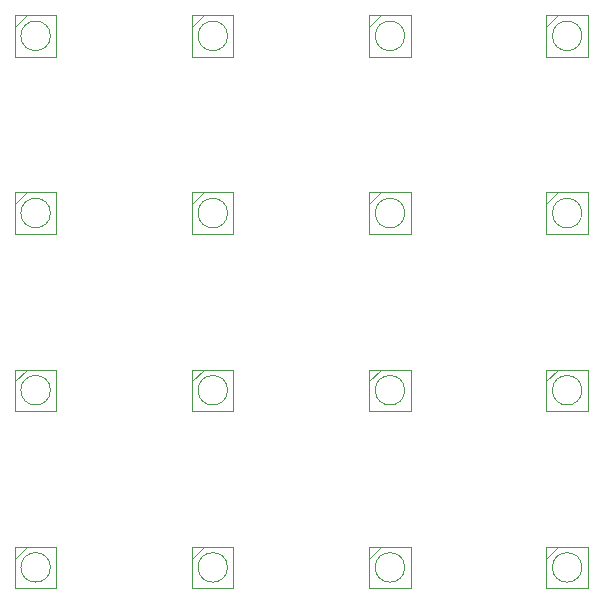
<source format=gbr>
G04 #@! TF.FileFunction,Legend,Top*
%FSLAX46Y46*%
G04 Gerber Fmt 4.6, Leading zero omitted, Abs format (unit mm)*
G04 Created by KiCad (PCBNEW 4.0.6) date Saturday 24 June 2017 19:05:42*
%MOMM*%
%LPD*%
G01*
G04 APERTURE LIST*
%ADD10C,0.100000*%
G04 APERTURE END LIST*
D10*
X8750000Y52500000D02*
G75*
G03X8750000Y52500000I-1250000J0D01*
G01*
X5750000Y53250000D02*
X6750000Y54250000D01*
X5750000Y54250000D02*
X9250000Y54250000D01*
X5750000Y50750000D02*
X5750000Y54250000D01*
X9250000Y50750000D02*
X5750000Y50750000D01*
X9250000Y54250000D02*
X9250000Y50750000D01*
X23750000Y52500000D02*
G75*
G03X23750000Y52500000I-1250000J0D01*
G01*
X20750000Y53250000D02*
X21750000Y54250000D01*
X20750000Y54250000D02*
X24250000Y54250000D01*
X20750000Y50750000D02*
X20750000Y54250000D01*
X24250000Y50750000D02*
X20750000Y50750000D01*
X24250000Y54250000D02*
X24250000Y50750000D01*
X38750000Y52500000D02*
G75*
G03X38750000Y52500000I-1250000J0D01*
G01*
X35750000Y53250000D02*
X36750000Y54250000D01*
X35750000Y54250000D02*
X39250000Y54250000D01*
X35750000Y50750000D02*
X35750000Y54250000D01*
X39250000Y50750000D02*
X35750000Y50750000D01*
X39250000Y54250000D02*
X39250000Y50750000D01*
X53750000Y52500000D02*
G75*
G03X53750000Y52500000I-1250000J0D01*
G01*
X50750000Y53250000D02*
X51750000Y54250000D01*
X50750000Y54250000D02*
X54250000Y54250000D01*
X50750000Y50750000D02*
X50750000Y54250000D01*
X54250000Y50750000D02*
X50750000Y50750000D01*
X54250000Y54250000D02*
X54250000Y50750000D01*
X8750000Y37500000D02*
G75*
G03X8750000Y37500000I-1250000J0D01*
G01*
X5750000Y38250000D02*
X6750000Y39250000D01*
X5750000Y39250000D02*
X9250000Y39250000D01*
X5750000Y35750000D02*
X5750000Y39250000D01*
X9250000Y35750000D02*
X5750000Y35750000D01*
X9250000Y39250000D02*
X9250000Y35750000D01*
X23750000Y37500000D02*
G75*
G03X23750000Y37500000I-1250000J0D01*
G01*
X20750000Y38250000D02*
X21750000Y39250000D01*
X20750000Y39250000D02*
X24250000Y39250000D01*
X20750000Y35750000D02*
X20750000Y39250000D01*
X24250000Y35750000D02*
X20750000Y35750000D01*
X24250000Y39250000D02*
X24250000Y35750000D01*
X38750000Y37500000D02*
G75*
G03X38750000Y37500000I-1250000J0D01*
G01*
X35750000Y38250000D02*
X36750000Y39250000D01*
X35750000Y39250000D02*
X39250000Y39250000D01*
X35750000Y35750000D02*
X35750000Y39250000D01*
X39250000Y35750000D02*
X35750000Y35750000D01*
X39250000Y39250000D02*
X39250000Y35750000D01*
X53750000Y37500000D02*
G75*
G03X53750000Y37500000I-1250000J0D01*
G01*
X50750000Y38250000D02*
X51750000Y39250000D01*
X50750000Y39250000D02*
X54250000Y39250000D01*
X50750000Y35750000D02*
X50750000Y39250000D01*
X54250000Y35750000D02*
X50750000Y35750000D01*
X54250000Y39250000D02*
X54250000Y35750000D01*
X8750000Y22500000D02*
G75*
G03X8750000Y22500000I-1250000J0D01*
G01*
X5750000Y23250000D02*
X6750000Y24250000D01*
X5750000Y24250000D02*
X9250000Y24250000D01*
X5750000Y20750000D02*
X5750000Y24250000D01*
X9250000Y20750000D02*
X5750000Y20750000D01*
X9250000Y24250000D02*
X9250000Y20750000D01*
X23750000Y22500000D02*
G75*
G03X23750000Y22500000I-1250000J0D01*
G01*
X20750000Y23250000D02*
X21750000Y24250000D01*
X20750000Y24250000D02*
X24250000Y24250000D01*
X20750000Y20750000D02*
X20750000Y24250000D01*
X24250000Y20750000D02*
X20750000Y20750000D01*
X24250000Y24250000D02*
X24250000Y20750000D01*
X38750000Y22500000D02*
G75*
G03X38750000Y22500000I-1250000J0D01*
G01*
X35750000Y23250000D02*
X36750000Y24250000D01*
X35750000Y24250000D02*
X39250000Y24250000D01*
X35750000Y20750000D02*
X35750000Y24250000D01*
X39250000Y20750000D02*
X35750000Y20750000D01*
X39250000Y24250000D02*
X39250000Y20750000D01*
X53750000Y22500000D02*
G75*
G03X53750000Y22500000I-1250000J0D01*
G01*
X50750000Y23250000D02*
X51750000Y24250000D01*
X50750000Y24250000D02*
X54250000Y24250000D01*
X50750000Y20750000D02*
X50750000Y24250000D01*
X54250000Y20750000D02*
X50750000Y20750000D01*
X54250000Y24250000D02*
X54250000Y20750000D01*
X8750000Y7500000D02*
G75*
G03X8750000Y7500000I-1250000J0D01*
G01*
X5750000Y8250000D02*
X6750000Y9250000D01*
X5750000Y9250000D02*
X9250000Y9250000D01*
X5750000Y5750000D02*
X5750000Y9250000D01*
X9250000Y5750000D02*
X5750000Y5750000D01*
X9250000Y9250000D02*
X9250000Y5750000D01*
X23750000Y7500000D02*
G75*
G03X23750000Y7500000I-1250000J0D01*
G01*
X20750000Y8250000D02*
X21750000Y9250000D01*
X20750000Y9250000D02*
X24250000Y9250000D01*
X20750000Y5750000D02*
X20750000Y9250000D01*
X24250000Y5750000D02*
X20750000Y5750000D01*
X24250000Y9250000D02*
X24250000Y5750000D01*
X38750000Y7500000D02*
G75*
G03X38750000Y7500000I-1250000J0D01*
G01*
X35750000Y8250000D02*
X36750000Y9250000D01*
X35750000Y9250000D02*
X39250000Y9250000D01*
X35750000Y5750000D02*
X35750000Y9250000D01*
X39250000Y5750000D02*
X35750000Y5750000D01*
X39250000Y9250000D02*
X39250000Y5750000D01*
X53750000Y7500000D02*
G75*
G03X53750000Y7500000I-1250000J0D01*
G01*
X50750000Y8250000D02*
X51750000Y9250000D01*
X50750000Y9250000D02*
X54250000Y9250000D01*
X50750000Y5750000D02*
X50750000Y9250000D01*
X54250000Y5750000D02*
X50750000Y5750000D01*
X54250000Y9250000D02*
X54250000Y5750000D01*
M02*

</source>
